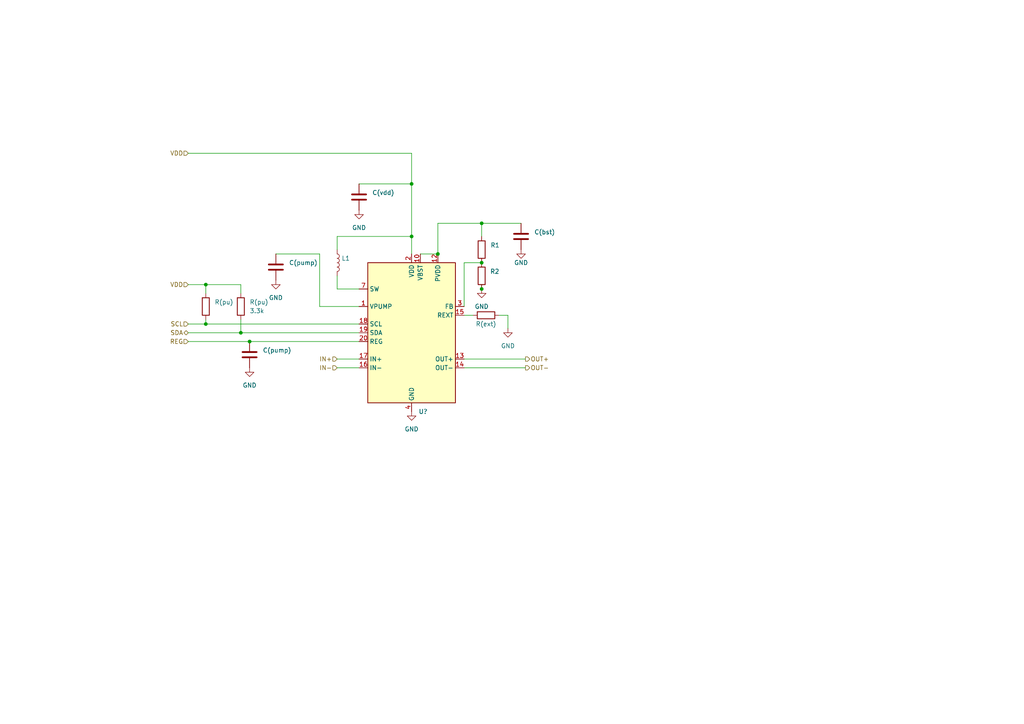
<source format=kicad_sch>
(kicad_sch (version 20211123) (generator eeschema)
  (paper "A4")
  (lib_symbols
    (symbol "Device:C" (pin_numbers hide) (pin_names (offset 0.254))
      (property "Reference" "C" (at 0.635 2.54 0))
      (property "Value" "C" (at 0.635 -2.54 0))
      (symbol "C_0_1"
        (polyline (pts (xy -2.032 -0.762) (xy 2.032 -0.762)) (stroke (width 0.508)))
        (polyline (pts (xy -2.032 0.762) (xy 2.032 0.762)) (stroke (width 0.508)))
      )
      (symbol "C_1_1"
        (pin passive line (at 0 3.81 270) (length 2.794) (name "~") (number "1"))
        (pin passive line (at 0 -3.81 90) (length 2.794) (name "~") (number "2"))
      )
    )
    (symbol "Device:L" (pin_numbers hide) (pin_names (offset 1.016) hide)
      (property "Reference" "L" (at -1.27 0 90))
      (property "Value" "L" (at 1.905 0 90))
      (symbol "L_0_1"
        (arc (start 0 -2.54) (mid 0.635 -1.905) (end 0 -1.27))
        (arc (start 0 -1.27) (mid 0.635 -0.635) (end 0 0))
        (arc (start 0 0) (mid 0.635 0.635) (end 0 1.27))
        (arc (start 0 1.27) (mid 0.635 1.905) (end 0 2.54))
      )
      (symbol "L_1_1"
        (pin passive line (at 0 3.81 270) (length 1.27) (name "1") (number "1"))
        (pin passive line (at 0 -3.81 90) (length 1.27) (name "2") (number "2"))
      )
    )
    (symbol "Device:R" (pin_numbers hide) (pin_names (offset 0))
      (property "Reference" "R" (at 2.032 0 90))
      (property "Value" "R" (at 0 0 90))
      (symbol "R_0_1"
        (rectangle (start -1.016 -2.54) (end 1.016 2.54) (stroke (width 0.254)))
      )
      (symbol "R_1_1"
        (pin passive line (at 0 3.81 270) (length 1.27) (name "~") (number "1"))
        (pin passive line (at 0 -3.81 90) (length 1.27) (name "~") (number "2"))
      )
    )
    (symbol "optacon:DRV2665"
      (property "Reference" "U" (at -11.43 24.13 0))
      (property "Value" "DRV2665" (at -11.43 21.59 0))
      (symbol "DRV2665_0_1"
        (rectangle (start -12.7 20.32) (end 12.7 -20.32) (stroke (width 0.254)) (fill (type background)))
      )
      (symbol "DRV2665_1_1"
        (pin output line (at -15.24 7.62 0) (length 2.54) (name "VPUMP") (number "1"))
        (pin power_out line (at 2.54 22.86 270) (length 2.54) (name "VBST") (number "10"))
        (pin passive line (at 2.54 22.86 270) (length 2.54) hide (name "VBST") (number "11"))
        (pin power_in line (at 7.62 22.86 270) (length 2.54) (name "PVDD") (number "12"))
        (pin output line (at 15.24 -7.62 180) (length 2.54) (name "OUT+") (number "13"))
        (pin output line (at 15.24 -10.16 180) (length 2.54) (name "OUT-") (number "14"))
        (pin input line (at 15.24 5.08 180) (length 2.54) (name "REXT") (number "15"))
        (pin input line (at -15.24 -10.16 0) (length 2.54) (name "IN-") (number "16"))
        (pin input line (at -15.24 -7.62 0) (length 2.54) (name "IN+") (number "17"))
        (pin input line (at -15.24 2.54 0) (length 2.54) (name "SCL") (number "18"))
        (pin bidirectional line (at -15.24 0 0) (length 2.54) (name "SDA") (number "19"))
        (pin power_in line (at 0 22.86 270) (length 2.54) (name "VDD") (number "2"))
        (pin power_out line (at -15.24 -2.54 0) (length 2.54) (name "REG") (number "20"))
        (pin passive line (at 0 -22.86 90) (length 2.54) hide (name "GND") (number "21"))
        (pin input line (at 15.24 7.62 180) (length 2.54) (name "FB") (number "3"))
        (pin power_in line (at 0 -22.86 90) (length 2.54) (name "GND") (number "4"))
        (pin passive line (at 0 -22.86 90) (length 2.54) hide (name "GND") (number "5"))
        (pin passive line (at 0 -22.86 90) (length 2.54) hide (name "GND") (number "6"))
        (pin input line (at -15.24 12.7 0) (length 2.54) (name "SW") (number "7"))
        (pin input line (at -15.24 12.7 0) (length 2.54) hide (name "SW") (number "8"))
        (pin no_connect line (at -15.24 -15.24 0) (length 2.54) hide (name "NC") (number "9"))
      )
    )
    (symbol "power:GND" (power) (pin_names (offset 0))
      (property "Value" "GND" (at 0 -3.81 0))
      (symbol "GND_0_1"
        (polyline (pts (xy 0 0) (xy 0 -1.27) (xy 1.27 -1.27) (xy 0 -2.54) (xy -1.27 -1.27) (xy 0 -1.27)))
      )
      (symbol "GND_1_1"
        (pin power_in line (at 0 0 270) (length 0) hide (name "GND") (number "1"))
      )
    )
  )
  (junction (at 139.7 64.77))
  (junction (at 119.38 68.58))
  (junction (at 59.69 93.98))
  (junction (at 69.85 96.52))
  (junction (at 127 73.66))
  (junction (at 59.69 82.55))
  (junction (at 119.38 53.34))
  (junction (at 72.39 99.06))
  (junction (at 139.7 83.82))
  (junction (at 139.7 76.2))
  (wire (pts (xy 97.79 106.68) (xy 104.14 106.68)))
  (wire (pts (xy 54.61 44.45) (xy 119.38 44.45)))
  (wire (pts (xy 92.71 88.9) (xy 92.71 73.66)))
  (wire (pts (xy 54.61 82.55) (xy 59.69 82.55)))
  (wire (pts (xy 139.7 83.82) (xy 139.7 82.55)))
  (wire (pts (xy 59.69 93.98) (xy 104.14 93.98)))
  (wire (pts (xy 54.61 96.52) (xy 69.85 96.52)))
  (wire (pts (xy 59.69 82.55) (xy 59.69 85.09)))
  (wire (pts (xy 97.79 80.01) (xy 97.79 83.82)))
  (wire (pts (xy 134.62 104.14) (xy 152.4 104.14)))
  (wire (pts (xy 104.14 88.9) (xy 92.71 88.9)))
  (wire (pts (xy 69.85 82.55) (xy 69.85 85.09)))
  (wire (pts (xy 119.38 68.58) (xy 119.38 73.66)))
  (wire (pts (xy 144.78 91.44) (xy 147.32 91.44)))
  (wire (pts (xy 92.71 73.66) (xy 80.01 73.66)))
  (wire (pts (xy 147.32 91.44) (xy 147.32 95.25)))
  (wire (pts (xy 72.39 99.06) (xy 104.14 99.06)))
  (wire (pts (xy 127 64.77) (xy 139.7 64.77)))
  (wire (pts (xy 54.61 99.06) (xy 72.39 99.06)))
  (wire (pts (xy 121.92 73.66) (xy 127 73.66)))
  (wire (pts (xy 59.69 82.55) (xy 69.85 82.55)))
  (wire (pts (xy 139.7 64.77) (xy 151.13 64.77)))
  (wire (pts (xy 119.38 53.34) (xy 119.38 68.58)))
  (wire (pts (xy 119.38 53.34) (xy 104.14 53.34)))
  (wire (pts (xy 97.79 104.14) (xy 104.14 104.14)))
  (wire (pts (xy 97.79 83.82) (xy 104.14 83.82)))
  (wire (pts (xy 134.62 106.68) (xy 152.4 106.68)))
  (wire (pts (xy 139.7 64.77) (xy 139.7 68.58)))
  (wire (pts (xy 134.62 91.44) (xy 137.16 91.44)))
  (wire (pts (xy 127 64.77) (xy 127 73.66)))
  (wire (pts (xy 134.62 76.2) (xy 139.7 76.2)))
  (wire (pts (xy 134.62 88.9) (xy 134.62 76.2)))
  (wire (pts (xy 69.85 92.71) (xy 69.85 96.52)))
  (wire (pts (xy 97.79 72.39) (xy 97.79 68.58)))
  (wire (pts (xy 97.79 68.58) (xy 119.38 68.58)))
  (wire (pts (xy 69.85 96.52) (xy 104.14 96.52)))
  (wire (pts (xy 59.69 92.71) (xy 59.69 93.98)))
  (wire (pts (xy 54.61 93.98) (xy 59.69 93.98)))
  (wire (pts (xy 119.38 44.45) (xy 119.38 53.34)))
  (hierarchical_label "SDA" (shape bidirectional) (at 54.61 96.52 180))
  (hierarchical_label "OUT+" (shape output) (at 152.4 104.14 0))
  (hierarchical_label "VDD" (shape input) (at 54.61 82.55 180))
  (hierarchical_label "OUT-" (shape output) (at 152.4 106.68 0))
  (hierarchical_label "IN-" (shape input) (at 97.79 106.68 180))
  (hierarchical_label "IN+" (shape input) (at 97.79 104.14 180))
  (hierarchical_label "REG" (shape input) (at 54.61 99.06 180))
  (hierarchical_label "VDD" (shape input) (at 54.61 44.45 180))
  (hierarchical_label "SCL" (shape input) (at 54.61 93.98 180))
  (symbol (lib_id "power:GND") (at 80.01 81.28 0) (unit 1)
    (property "Reference" "#PWR?" (effects hide))
  )
  (symbol (lib_id "Device:C") (at 80.01 77.47 0) (unit 1)
    (property "Reference" "C(pump)" (at 83.82 76.1999 0) (effects (justify left)))
  )
  (symbol (lib_id "power:GND") (at 139.7 83.82 0) (unit 1)
    (property "Reference" "#PWR?" (effects hide))
    (property "Value" "GND" (at 139.7 88.9 0))
  )
  (symbol (lib_id "Device:C") (at 151.13 68.58 0) (unit 1)
    (property "Reference" "C(bst)" (at 154.94 67.3099 0) (effects (justify left)))
  )
  (symbol (lib_id "power:GND") (at 72.39 106.68 0) (unit 1)
    (property "Reference" "#PWR?" (effects hide))
  )
  (symbol (lib_id "power:GND") (at 151.13 72.39 0) (unit 1)
    (property "Reference" "#PWR?" (effects hide))
  )
  (symbol (lib_id "Device:R") (at 139.7 72.39 0) (unit 1)
    (property "Reference" "R1" (at 142.24 71.12 0) (effects (justify left)))
  )
  (symbol (lib_id "Device:C") (at 104.14 57.15 0) (unit 1)
    (property "Reference" "C(vdd)" (at 107.95 55.8799 0) (effects (justify left)))
  )
  (symbol (lib_id "Device:L") (at 97.79 76.2 0) (unit 1)
    (property "Reference" "L1" (at 99.06 74.93 0) (effects (justify left)))
  )
  (symbol (lib_id "Device:C") (at 72.39 102.87 0) (unit 1)
    (property "Reference" "C(pump)" (at 76.2 101.5999 0) (effects (justify left)))
  )
  (symbol (lib_id "Device:R") (at 59.69 88.9 180) (unit 1)
    (property "Reference" "R(pu)" (at 62.23 87.6299 0) (effects (justify right)))
  )
  (symbol (lib_id "Device:R") (at 139.7 80.01 180) (unit 1)
    (property "Reference" "R2" (at 143.51 78.74 0))
  )
  (symbol (lib_id "Device:R") (at 140.97 91.44 90) (unit 1)
    (property "Reference" "R(ext)" (at 140.97 93.98 90))
  )
  (symbol (lib_id "power:GND") (at 119.38 119.38 0) (unit 1)
    (property "Reference" "#PWR?" (effects hide))
  )
  (symbol (lib_id "power:GND") (at 147.32 95.25 0) (unit 1)
    (property "Reference" "#PWR?" (effects hide))
  )
  (symbol (lib_id "Device:R") (at 69.85 88.9 0) (unit 1)
    (property "Reference" "R(pu)" (at 72.39 87.6299 0) (effects (justify left)))
    (property "Value" "3.3k" (at 72.39 90.1699 0) (effects (justify left)))
  )
  (symbol (lib_id "optacon:DRV2665") (at 119.38 96.52 0) (unit 1)
    (property "Reference" "U?" (at 121.3994 119.38 0) (effects (justify left)))
    (property "Datasheet" "http://www.ti.com/lit/ds/symlink/drv2665.pdf" (effects hide))
  )
  (symbol (lib_id "power:GND") (at 104.14 60.96 0) (unit 1)
    (property "Reference" "#PWR?" (effects hide))
  )
)
</source>
